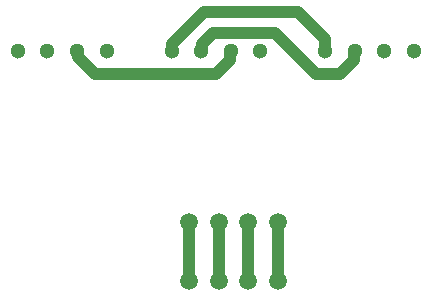
<source format=gbr>
%TF.GenerationSoftware,Altium Limited,Altium Designer,23.3.1 (30)*%
G04 Layer_Physical_Order=1*
G04 Layer_Color=255*
%FSLAX45Y45*%
%MOMM*%
%TF.SameCoordinates,B976926E-EB95-44A8-8F59-24342913D157*%
%TF.FilePolarity,Positive*%
%TF.FileFunction,Copper,L1,Top,Signal*%
%TF.Part,Single*%
G01*
G75*
%TA.AperFunction,Conductor*%
%ADD10C,1.00000*%
%TA.AperFunction,ComponentPad*%
%ADD11C,1.30000*%
%ADD12C,1.50000*%
D10*
X700002Y2250002D02*
X705743Y2244262D01*
Y2194257D02*
Y2244262D01*
Y2194257D02*
X850000Y2050000D01*
X1875000D01*
X1850000Y2400000D02*
X2375000D01*
X2725000Y2050000D02*
X2925000D01*
X2375000Y2400000D02*
X2725000Y2050000D01*
X3044260Y2244262D02*
X3050000Y2250002D01*
X3044260Y2169260D02*
Y2244262D01*
X2925000Y2050000D02*
X3044260Y2169260D01*
X1755738Y2305738D02*
X1850000Y2400000D01*
X1775000Y2575000D02*
X2575000D01*
X2797970Y2252030D02*
X2799998Y2250002D01*
X2797970Y2252030D02*
Y2352030D01*
X2575000Y2575000D02*
X2797970Y2352030D01*
X1749998Y2250002D02*
X1755738Y2255742D01*
Y2305738D01*
X1500001Y2250002D02*
X1505741Y2255742D01*
Y2305741D01*
X1775000Y2575000D01*
X1994260Y2244262D02*
X2000000Y2250002D01*
X1994260Y2169260D02*
Y2244262D01*
X1875000Y2050000D02*
X1994260Y2169260D01*
X2150002Y299998D02*
Y800002D01*
X1900000Y299998D02*
Y800002D01*
X1649998Y299998D02*
Y800002D01*
X2399999Y299998D02*
Y800002D01*
D11*
X3549999Y2250002D02*
D03*
X3300002D02*
D03*
X3050000D02*
D03*
X2799998D02*
D03*
X2250002D02*
D03*
X2000000D02*
D03*
X1749998D02*
D03*
X1500001D02*
D03*
X949999D02*
D03*
X700002D02*
D03*
X450000D02*
D03*
X199998D02*
D03*
D12*
X2399999Y800002D02*
D03*
X2150002D02*
D03*
X1900000D02*
D03*
X1649998D02*
D03*
X2399999Y299998D02*
D03*
X2150002D02*
D03*
X1900000D02*
D03*
X1649998D02*
D03*
%TF.MD5,561c6b3e8b21fbcc6d95a03bd07c19b1*%
M02*

</source>
